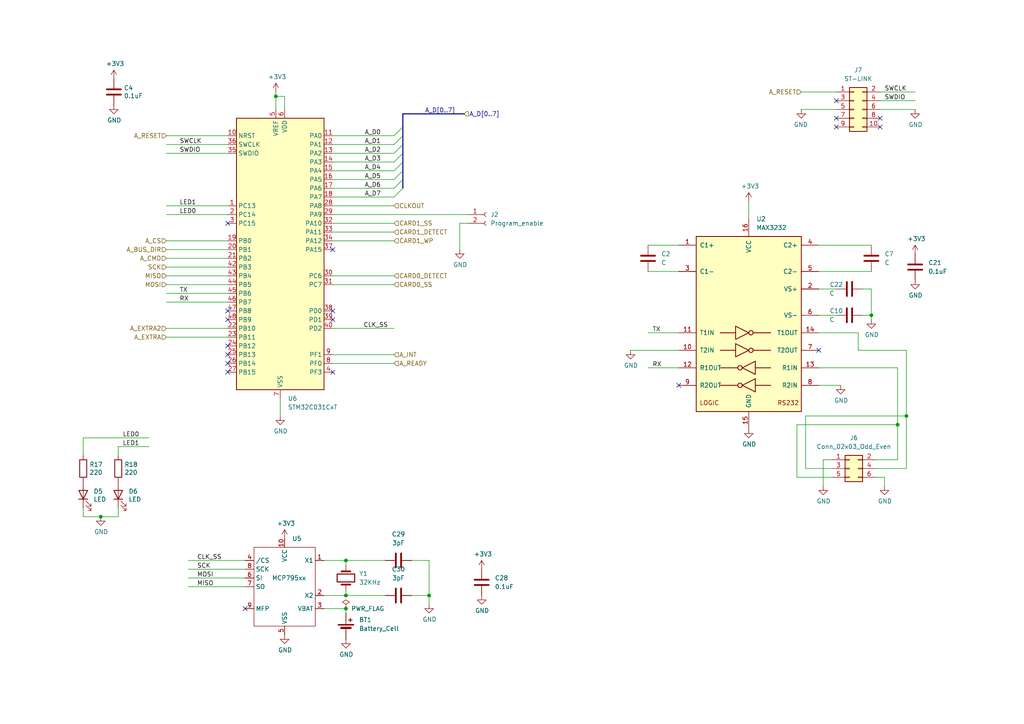
<source format=kicad_sch>
(kicad_sch (version 20230121) (generator eeschema)
  (paper "A4")
  (title_block (title "MCU; RTC; Serial port; LEDs") (rev "1.0"))
  (lib_symbols
    (symbol "AtariHDisk4-rescue:+3.3V-power" (power) (pin_names (offset 0))
      (property "Value" "+3.3V-power" (at 0 3.556 0))
      (symbol "+3.3V-power_0_1"
        (polyline (pts (xy -0.762 1.27) (xy 0 2.54)))
        (polyline (pts (xy 0 0) (xy 0 2.54)))
        (polyline (pts (xy 0 2.54) (xy 0.762 1.27)))
      )
      (symbol "+3.3V-power_1_1"
        (pin power_in line (at 0 0 90) (length 0) hide (name "+3V3") (number "1"))
      )
    )
    (symbol "AtariHDisk4-rescue:Conn_01x02_Female-Connector" (pin_names (offset 1.016) hide)
      (property "Reference" "J" (at 0 2.54 0))
      (property "Value" "Connector_Conn_01x02_Female" (at 0 -5.08 0))
      (symbol "Conn_01x02_Female-Connector_1_1"
        (arc (start 0 -2.032) (mid -0.5058 -2.54) (end 0 -3.048) (stroke (width 0.1524)))
        (polyline (pts (xy -1.27 -2.54) (xy -0.508 -2.54)) (stroke (width 0.1524)))
        (polyline (pts (xy -1.27 0) (xy -0.508 0)) (stroke (width 0.1524)))
        (arc (start 0 0.508) (mid -0.5058 0) (end 0 -0.508) (stroke (width 0.1524)))
        (pin passive line (at -5.08 0 0) (length 3.81) (name "Pin_1") (number "1"))
        (pin passive line (at -5.08 -2.54 0) (length 3.81) (name "Pin_2") (number "2"))
      )
    )
    (symbol "Connector_Generic:Conn_02x03_Odd_Even" (pin_names (offset 1.016) hide)
      (property "Reference" "J" (at 1.27 5.08 0))
      (property "Value" "Conn_02x03_Odd_Even" (at 1.27 -5.08 0))
      (symbol "Conn_02x03_Odd_Even_1_1"
        (rectangle (start -1.27 -2.413) (end 0 -2.667) (stroke (width 0.1524)))
        (rectangle (start -1.27 0.127) (end 0 -0.127) (stroke (width 0.1524)))
        (rectangle (start -1.27 2.667) (end 0 2.413) (stroke (width 0.1524)))
        (rectangle (start -1.27 3.81) (end 3.81 -3.81) (stroke (width 0.254)) (fill (type background)))
        (rectangle (start 3.81 -2.413) (end 2.54 -2.667) (stroke (width 0.1524)))
        (rectangle (start 3.81 0.127) (end 2.54 -0.127) (stroke (width 0.1524)))
        (rectangle (start 3.81 2.667) (end 2.54 2.413) (stroke (width 0.1524)))
        (pin passive line (at -5.08 2.54 0) (length 3.81) (name "Pin_1") (number "1"))
        (pin passive line (at 7.62 2.54 180) (length 3.81) (name "Pin_2") (number "2"))
        (pin passive line (at -5.08 0 0) (length 3.81) (name "Pin_3") (number "3"))
        (pin passive line (at 7.62 0 180) (length 3.81) (name "Pin_4") (number "4"))
        (pin passive line (at -5.08 -2.54 0) (length 3.81) (name "Pin_5") (number "5"))
        (pin passive line (at 7.62 -2.54 180) (length 3.81) (name "Pin_6") (number "6"))
      )
    )
    (symbol "Connector_Generic:Conn_02x05_Odd_Even" (pin_names (offset 1.016) hide)
      (property "Reference" "J" (at 1.27 7.62 0))
      (property "Value" "Conn_02x05_Odd_Even" (at 1.27 -7.62 0))
      (symbol "Conn_02x05_Odd_Even_1_1"
        (rectangle (start -1.27 -4.953) (end 0 -5.207) (stroke (width 0.1524)))
        (rectangle (start -1.27 -2.413) (end 0 -2.667) (stroke (width 0.1524)))
        (rectangle (start -1.27 0.127) (end 0 -0.127) (stroke (width 0.1524)))
        (rectangle (start -1.27 2.667) (end 0 2.413) (stroke (width 0.1524)))
        (rectangle (start -1.27 5.207) (end 0 4.953) (stroke (width 0.1524)))
        (rectangle (start -1.27 6.35) (end 3.81 -6.35) (stroke (width 0.254)) (fill (type background)))
        (rectangle (start 3.81 -4.953) (end 2.54 -5.207) (stroke (width 0.1524)))
        (rectangle (start 3.81 -2.413) (end 2.54 -2.667) (stroke (width 0.1524)))
        (rectangle (start 3.81 0.127) (end 2.54 -0.127) (stroke (width 0.1524)))
        (rectangle (start 3.81 2.667) (end 2.54 2.413) (stroke (width 0.1524)))
        (rectangle (start 3.81 5.207) (end 2.54 4.953) (stroke (width 0.1524)))
        (pin passive line (at -5.08 5.08 0) (length 3.81) (name "Pin_1") (number "1"))
        (pin passive line (at 7.62 -5.08 180) (length 3.81) (name "Pin_10") (number "10"))
        (pin passive line (at 7.62 5.08 180) (length 3.81) (name "Pin_2") (number "2"))
        (pin passive line (at -5.08 2.54 0) (length 3.81) (name "Pin_3") (number "3"))
        (pin passive line (at 7.62 2.54 180) (length 3.81) (name "Pin_4") (number "4"))
        (pin passive line (at -5.08 0 0) (length 3.81) (name "Pin_5") (number "5"))
        (pin passive line (at 7.62 0 180) (length 3.81) (name "Pin_6") (number "6"))
        (pin passive line (at -5.08 -2.54 0) (length 3.81) (name "Pin_7") (number "7"))
        (pin passive line (at 7.62 -2.54 180) (length 3.81) (name "Pin_8") (number "8"))
        (pin passive line (at -5.08 -5.08 0) (length 3.81) (name "Pin_9") (number "9"))
      )
    )
    (symbol "Device:Battery_Cell" (pin_numbers hide) (pin_names (offset 0) hide)
      (property "Reference" "BT" (at 2.54 2.54 0))
      (property "Value" "Battery_Cell" (at 2.54 0 0))
      (symbol "Battery_Cell_0_1"
        (rectangle (start -2.286 1.778) (end 2.286 1.524) (fill (type outline)))
        (rectangle (start -1.524 1.016) (end 1.524 0.508) (fill (type outline)))
        (polyline (pts (xy 0 0.762) (xy 0 0)))
        (polyline (pts (xy 0 1.778) (xy 0 2.54)))
        (polyline (pts (xy 0.762 3.048) (xy 1.778 3.048)) (stroke (width 0.254)))
        (polyline (pts (xy 1.27 3.556) (xy 1.27 2.54)) (stroke (width 0.254)))
      )
      (symbol "Battery_Cell_1_1"
        (pin passive line (at 0 5.08 270) (length 2.54) (name "+") (number "1"))
        (pin passive line (at 0 -2.54 90) (length 2.54) (name "-") (number "2"))
      )
    )
    (symbol "Device:C" (pin_numbers hide) (pin_names (offset 0.254))
      (property "Reference" "C" (at 0.635 2.54 0))
      (property "Value" "C" (at 0.635 -2.54 0))
      (symbol "C_0_1"
        (polyline (pts (xy -2.032 -0.762) (xy 2.032 -0.762)) (stroke (width 0.508)))
        (polyline (pts (xy -2.032 0.762) (xy 2.032 0.762)) (stroke (width 0.508)))
      )
      (symbol "C_1_1"
        (pin passive line (at 0 3.81 270) (length 2.794) (name "~") (number "1"))
        (pin passive line (at 0 -3.81 90) (length 2.794) (name "~") (number "2"))
      )
    )
    (symbol "Device:Crystal" (pin_numbers hide) (pin_names (offset 1.016) hide)
      (property "Reference" "Y" (at 0 3.81 0))
      (property "Value" "Crystal" (at 0 -3.81 0))
      (symbol "Crystal_0_1"
        (rectangle (start -1.143 2.54) (end 1.143 -2.54) (stroke (width 0.3048)))
        (polyline (pts (xy -2.54 0) (xy -1.905 0)))
        (polyline (pts (xy -1.905 -1.27) (xy -1.905 1.27)) (stroke (width 0.508)))
        (polyline (pts (xy 1.905 -1.27) (xy 1.905 1.27)) (stroke (width 0.508)))
        (polyline (pts (xy 2.54 0) (xy 1.905 0)))
      )
      (symbol "Crystal_1_1"
        (pin passive line (at -3.81 0 0) (length 1.27) (name "1") (number "1"))
        (pin passive line (at 3.81 0 180) (length 1.27) (name "2") (number "2"))
      )
    )
    (symbol "Device:LED" (pin_numbers hide) (pin_names (offset 1.016) hide)
      (property "Reference" "D" (at 0 2.54 0))
      (property "Value" "LED" (at 0 -2.54 0))
      (symbol "LED_0_1"
        (polyline (pts (xy -1.27 -1.27) (xy -1.27 1.27)) (stroke (width 0.254)))
        (polyline (pts (xy -1.27 0) (xy 1.27 0)))
        (polyline (pts (xy 1.27 -1.27) (xy 1.27 1.27) (xy -1.27 0) (xy 1.27 -1.27)) (stroke (width 0.254)))
        (polyline (pts (xy -3.048 -0.762) (xy -4.572 -2.286) (xy -3.81 -2.286) (xy -4.572 -2.286) (xy -4.572 -1.524)))
        (polyline (pts (xy -1.778 -0.762) (xy -3.302 -2.286) (xy -2.54 -2.286) (xy -3.302 -2.286) (xy -3.302 -1.524)))
      )
      (symbol "LED_1_1"
        (pin passive line (at -3.81 0 0) (length 2.54) (name "K") (number "1"))
        (pin passive line (at 3.81 0 180) (length 2.54) (name "A") (number "2"))
      )
    )
    (symbol "Device:R" (pin_numbers hide) (pin_names (offset 0))
      (property "Reference" "R" (at 2.032 0 90))
      (property "Value" "R" (at 0 0 90))
      (symbol "R_0_1"
        (rectangle (start -1.016 -2.54) (end 1.016 2.54) (stroke (width 0.254)))
      )
      (symbol "R_1_1"
        (pin passive line (at 0 3.81 270) (length 1.27) (name "~") (number "1"))
        (pin passive line (at 0 -3.81 90) (length 1.27) (name "~") (number "2"))
      )
    )
    (symbol "Interface_UART:MAX3232" (pin_names (offset 1.016))
      (property "Reference" "U" (at -2.54 28.575 0))
      (property "Value" "MAX3232" (at -2.54 26.67 0))
      (symbol "MAX3232_0_0"
        (text "LOGIC" (at -11.43 -22.86 0) (effects (font (size 1.27 1.27))))
        (text "RS232" (at 11.43 -22.86 0) (effects (font (size 1.27 1.27))))
      )
      (symbol "MAX3232_0_1"
        (rectangle (start -15.24 -25.4) (end 15.24 25.4) (stroke (width 0.254)) (fill (type background)))
        (circle (center -2.54 -17.78) (radius 0.635) (stroke (width 0.254)))
        (circle (center -2.54 -12.7) (radius 0.635) (stroke (width 0.254)))
        (polyline (pts (xy -3.81 -7.62) (xy -8.255 -7.62)) (stroke (width 0.254)))
        (polyline (pts (xy -3.81 -2.54) (xy -8.255 -2.54)) (stroke (width 0.254)))
        (polyline (pts (xy -3.175 -17.78) (xy -8.255 -17.78)) (stroke (width 0.254)))
        (polyline (pts (xy -3.175 -12.7) (xy -8.255 -12.7)) (stroke (width 0.254)))
        (polyline (pts (xy 1.27 -7.62) (xy 6.35 -7.62)) (stroke (width 0.254)))
        (polyline (pts (xy 1.27 -2.54) (xy 6.35 -2.54)) (stroke (width 0.254)))
        (polyline (pts (xy 1.905 -17.78) (xy 6.35 -17.78)) (stroke (width 0.254)))
        (polyline (pts (xy 1.905 -12.7) (xy 6.35 -12.7)) (stroke (width 0.254)))
        (polyline (pts (xy -3.81 -5.715) (xy -3.81 -9.525) (xy 0 -7.62) (xy -3.81 -5.715)) (stroke (width 0.254)))
        (polyline (pts (xy -3.81 -0.635) (xy -3.81 -4.445) (xy 0 -2.54) (xy -3.81 -0.635)) (stroke (width 0.254)))
        (polyline (pts (xy 1.905 -15.875) (xy 1.905 -19.685) (xy -1.905 -17.78) (xy 1.905 -15.875)) (stroke (width 0.254)))
        (polyline (pts (xy 1.905 -10.795) (xy 1.905 -14.605) (xy -1.905 -12.7) (xy 1.905 -10.795)) (stroke (width 0.254)))
        (circle (center 0.635 -7.62) (radius 0.635) (stroke (width 0.254)))
        (circle (center 0.635 -2.54) (radius 0.635) (stroke (width 0.254)))
      )
      (symbol "MAX3232_1_1"
        (pin passive line (at -20.32 22.86 0) (length 5.08) (name "C1+") (number "1"))
        (pin input line (at -20.32 -7.62 0) (length 5.08) (name "T2IN") (number "10"))
        (pin input line (at -20.32 -2.54 0) (length 5.08) (name "T1IN") (number "11"))
        (pin output line (at -20.32 -12.7 0) (length 5.08) (name "R1OUT") (number "12"))
        (pin input line (at 20.32 -12.7 180) (length 5.08) (name "R1IN") (number "13"))
        (pin output line (at 20.32 -2.54 180) (length 5.08) (name "T1OUT") (number "14"))
        (pin power_in line (at 0 -30.48 90) (length 5.08) (name "GND") (number "15"))
        (pin power_in line (at 0 30.48 270) (length 5.08) (name "VCC") (number "16"))
        (pin power_out line (at 20.32 10.16 180) (length 5.08) (name "VS+") (number "2"))
        (pin passive line (at -20.32 15.24 0) (length 5.08) (name "C1-") (number "3"))
        (pin passive line (at 20.32 22.86 180) (length 5.08) (name "C2+") (number "4"))
        (pin passive line (at 20.32 15.24 180) (length 5.08) (name "C2-") (number "5"))
        (pin power_out line (at 20.32 2.54 180) (length 5.08) (name "VS-") (number "6"))
        (pin output line (at 20.32 -7.62 180) (length 5.08) (name "T2OUT") (number "7"))
        (pin input line (at 20.32 -17.78 180) (length 5.08) (name "R2IN") (number "8"))
        (pin output line (at -20.32 -17.78 0) (length 5.08) (name "R2OUT") (number "9"))
      )
    )
    (symbol "Simon:MCP795XX"
      (property "Reference" "U" (at -5.08 7.62 0))
      (symbol "MCP795XX_0_1"
        (rectangle (start -13.97 17.78) (end 3.81 -5.08))
      )
      (symbol "MCP795XX_1_1"
        (pin bidirectional line (at 6.35 13.97 180) (length 2.54) (name "X1") (number "1"))
        (pin power_in line (at -5.08 20.32 270) (length 2.54) (name "VCC") (number "10"))
        (pin bidirectional line (at 6.35 3.81 180) (length 2.54) (name "X2") (number "2"))
        (pin power_in line (at 6.35 0 180) (length 2.54) (name "VBAT") (number "3"))
        (pin input line (at -16.51 13.97 0) (length 2.54) (name "/CS") (number "4"))
        (pin power_in line (at -5.08 -7.62 90) (length 2.54) (name "VSS") (number "5"))
        (pin input line (at -16.51 8.89 0) (length 2.54) (name "SI") (number "6"))
        (pin output line (at -16.51 6.35 0) (length 2.54) (name "SO") (number "7"))
        (pin input line (at -16.51 11.43 0) (length 2.54) (name "SCK") (number "8"))
        (pin output line (at -16.51 0 0) (length 2.54) (name "MFP") (number "9"))
      )
    )
    (symbol "Simon:STM32C031CxT"
      (property "Reference" "U6" (at 2.1941 -40.64 0))
      (property "Value" "STM32C031CxT" (at 2.1941 -43.18 0))
      (symbol "STM32C031CxT_0_1"
        (rectangle (start -12.7 40.64) (end 12.7 -38.1) (stroke (width 0.254)) (fill (type background)))
      )
      (symbol "STM32C031CxT_1_1"
        (pin bidirectional line (at -15.24 15.24 0) (length 2.54) (name "PC13") (number "1"))
        (pin bidirectional line (at -15.24 35.56 0) (length 2.54) (name "NRST") (number "10"))
        (pin bidirectional line (at 15.24 35.56 180) (length 2.54) (name "PA0") (number "11"))
        (pin bidirectional line (at 15.24 33.02 180) (length 2.54) (name "PA1") (number "12"))
        (pin bidirectional line (at 15.24 30.48 180) (length 2.54) (name "PA2") (number "13"))
        (pin bidirectional line (at 15.24 27.94 180) (length 2.54) (name "PA3") (number "14"))
        (pin bidirectional line (at 15.24 25.4 180) (length 2.54) (name "PA4") (number "15"))
        (pin bidirectional line (at 15.24 22.86 180) (length 2.54) (name "PA5") (number "16"))
        (pin bidirectional line (at 15.24 20.32 180) (length 2.54) (name "PA6") (number "17"))
        (pin bidirectional line (at 15.24 17.78 180) (length 2.54) (name "PA7") (number "18"))
        (pin bidirectional line (at -15.24 5.08 0) (length 2.54) (name "PB0") (number "19"))
        (pin bidirectional line (at -15.24 12.7 0) (length 2.54) (name "PC14") (number "2"))
        (pin bidirectional line (at -15.24 2.54 0) (length 2.54) (name "PB1") (number "20"))
        (pin bidirectional line (at -15.24 0 0) (length 2.54) (name "PB2") (number "21"))
        (pin bidirectional line (at -15.24 -20.32 0) (length 2.54) (name "PB10") (number "22"))
        (pin bidirectional line (at -15.24 -22.86 0) (length 2.54) (name "PB11") (number "23"))
        (pin bidirectional line (at -15.24 -25.4 0) (length 2.54) (name "PB12") (number "24"))
        (pin bidirectional line (at -15.24 -27.94 0) (length 2.54) (name "PB13") (number "25"))
        (pin bidirectional line (at -15.24 -30.48 0) (length 2.54) (name "PB14") (number "26"))
        (pin bidirectional line (at -15.24 -33.02 0) (length 2.54) (name "PB15") (number "27"))
        (pin bidirectional line (at 15.24 15.24 180) (length 2.54) (name "PA8") (number "28"))
        (pin bidirectional line (at 15.24 12.7 180) (length 2.54) (name "PA9") (number "29"))
        (pin bidirectional line (at -15.24 10.16 0) (length 2.54) (name "PC15") (number "3"))
        (pin bidirectional line (at 15.24 -5.08 180) (length 2.54) (name "PC6") (number "30"))
        (pin bidirectional line (at 15.24 -7.62 180) (length 2.54) (name "PC7") (number "31"))
        (pin bidirectional line (at 15.24 10.16 180) (length 2.54) (name "PA10") (number "32"))
        (pin bidirectional line (at 15.24 7.62 180) (length 2.54) (name "PA11") (number "33"))
        (pin bidirectional line (at 15.24 5.08 180) (length 2.54) (name "PA12") (number "34"))
        (pin bidirectional line (at -15.24 30.48 0) (length 2.54) (name "SWDIO") (number "35"))
        (pin bidirectional line (at -15.24 33.02 0) (length 2.54) (name "SWCLK") (number "36"))
        (pin bidirectional line (at 15.24 2.54 180) (length 2.54) (name "PA15") (number "37"))
        (pin bidirectional line (at 15.24 -15.24 180) (length 2.54) (name "PD0") (number "38"))
        (pin bidirectional line (at 15.24 -17.78 180) (length 2.54) (name "PD1") (number "39"))
        (pin bidirectional line (at 15.24 -33.02 180) (length 2.54) (name "PF3") (number "4"))
        (pin bidirectional line (at 15.24 -20.32 180) (length 2.54) (name "PD2") (number "40"))
        (pin bidirectional line (at -15.24 -2.54 0) (length 2.54) (name "PB3") (number "42"))
        (pin bidirectional line (at -15.24 -5.08 0) (length 2.54) (name "PB4") (number "43"))
        (pin bidirectional line (at -15.24 -7.62 0) (length 2.54) (name "PB5") (number "44"))
        (pin bidirectional line (at -15.24 -10.16 0) (length 2.54) (name "PB6") (number "45"))
        (pin bidirectional line (at -15.24 -12.7 0) (length 2.54) (name "PB7") (number "46"))
        (pin bidirectional line (at -15.24 -15.24 0) (length 2.54) (name "PB8") (number "47"))
        (pin bidirectional line (at -15.24 -17.78 0) (length 2.54) (name "PB9") (number "48"))
        (pin power_in line (at -1.27 43.18 270) (length 2.54) (name "VREF") (number "5"))
        (pin power_in line (at 1.27 43.18 270) (length 2.54) (name "VDD") (number "6"))
        (pin passive line (at -60.96 33.02 90) (length 2.54) hide (name "VSS") (number "7"))
        (pin power_in line (at 0 -40.64 90) (length 2.54) (name "VSS") (number "7"))
        (pin bidirectional line (at 15.24 -30.48 180) (length 2.54) (name "PF0") (number "8"))
        (pin bidirectional line (at 15.24 -27.94 180) (length 2.54) (name "PF1") (number "9"))
      )
    )
    (symbol "power:GND" (power) (pin_names (offset 0))
      (property "Value" "GND" (at 0 -3.81 0))
      (symbol "GND_0_1"
        (polyline (pts (xy 0 0) (xy 0 -1.27) (xy 1.27 -1.27) (xy 0 -2.54) (xy -1.27 -1.27) (xy 0 -1.27)))
      )
      (symbol "GND_1_1"
        (pin power_in line (at 0 0 270) (length 0) hide (name "GND") (number "1"))
      )
    )
    (symbol "power:PWR_FLAG" (power) (pin_numbers hide) (pin_names (offset 0) hide)
      (property "Value" "PWR_FLAG" (at 0 3.81 0))
      (symbol "PWR_FLAG_0_0"
        (pin power_out line (at 0 0 90) (length 0) (name "pwr") (number "1"))
      )
      (symbol "PWR_FLAG_0_1"
        (polyline (pts (xy 0 0) (xy 0 1.27) (xy -1.016 1.905) (xy 0 2.54) (xy 1.016 1.905) (xy 0 1.27)))
      )
    )
  )
  (junction (at 100.33 176.53))
  (junction (at 29.21 149.86))
  (junction (at 252.73 91.44))
  (junction (at 124.46 172.72))
  (junction (at 80.01 27.94))
  (junction (at 260.35 123.19))
  (junction (at 262.89 120.65))
  (junction (at 100.33 162.56))
  (junction (at 100.33 172.72))
  (no_connect (at 66.04 64.77))
  (no_connect (at 242.57 34.29))
  (no_connect (at 196.85 111.76))
  (no_connect (at 96.52 92.71))
  (no_connect (at 242.57 29.21))
  (no_connect (at 66.04 92.71))
  (no_connect (at 237.49 101.6))
  (no_connect (at 96.52 72.39))
  (no_connect (at 66.04 105.41))
  (no_connect (at 96.52 90.17))
  (no_connect (at 255.27 34.29))
  (no_connect (at 66.04 100.33))
  (no_connect (at 255.27 36.83))
  (no_connect (at 96.52 107.95))
  (no_connect (at 66.04 107.95))
  (no_connect (at 66.04 90.17))
  (no_connect (at 66.04 102.87))
  (no_connect (at 242.57 36.83))
  (no_connect (at 71.12 176.53))
  (bus_entry (at 116.84 54.61) (size -2.54 2.54))
  (bus_entry (at 116.84 52.07) (size -2.54 2.54))
  (bus_entry (at 116.84 44.45) (size -2.54 2.54))
  (bus_entry (at 116.84 39.37) (size -2.54 2.54))
  (bus_entry (at 116.84 46.99) (size -2.54 2.54))
  (bus_entry (at 116.84 41.91) (size -2.54 2.54))
  (bus_entry (at 116.84 36.83) (size -2.54 2.54))
  (bus_entry (at 116.84 49.53) (size -2.54 2.54))
  (wire (pts (xy 80.01 31.75) (xy 80.01 27.94)))
  (wire (pts (xy 48.26 59.69) (xy 66.04 59.69)))
  (wire (pts (xy 262.89 120.65) (xy 262.89 101.6)))
  (wire (pts (xy 48.26 85.09) (xy 66.04 85.09)))
  (wire (pts (xy 96.52 82.55) (xy 114.3 82.55)))
  (wire (pts (xy 114.3 52.07) (xy 96.52 52.07)))
  (wire (pts (xy 250.19 91.44) (xy 252.73 91.44)))
  (wire (pts (xy 96.52 95.25) (xy 114.3 95.25)))
  (wire (pts (xy 114.3 44.45) (xy 96.52 44.45)))
  (wire (pts (xy 255.27 26.67) (xy 265.43 26.67)))
  (wire (pts (xy 187.96 96.52) (xy 196.85 96.52)))
  (wire (pts (xy 124.46 172.72) (xy 124.46 175.26)))
  (wire (pts (xy 96.52 62.23) (xy 135.89 62.23)))
  (bus (pts (xy 116.84 36.83) (xy 116.84 33.02)))
  (wire (pts (xy 96.52 80.01) (xy 114.3 80.01)))
  (wire (pts (xy 237.49 106.68) (xy 260.35 106.68)))
  (wire (pts (xy 237.49 91.44) (xy 242.57 91.44)))
  (wire (pts (xy 48.26 72.39) (xy 66.04 72.39)))
  (wire (pts (xy 237.49 111.76) (xy 243.84 111.76)))
  (wire (pts (xy 54.61 162.56) (xy 71.12 162.56)))
  (wire (pts (xy 96.52 105.41) (xy 114.3 105.41)))
  (wire (pts (xy 96.52 102.87) (xy 114.3 102.87)))
  (wire (pts (xy 250.19 83.82) (xy 252.73 83.82)))
  (wire (pts (xy 233.68 135.89) (xy 241.3 135.89)))
  (wire (pts (xy 48.26 77.47) (xy 66.04 77.47)))
  (wire (pts (xy 187.96 78.74) (xy 196.85 78.74)))
  (wire (pts (xy 48.26 44.45) (xy 66.04 44.45)))
  (wire (pts (xy 242.57 31.75) (xy 232.41 31.75)))
  (wire (pts (xy 100.33 176.53) (xy 93.98 176.53)))
  (bus (pts (xy 116.84 39.37) (xy 116.84 36.83)))
  (wire (pts (xy 252.73 91.44) (xy 252.73 92.71)))
  (wire (pts (xy 48.26 62.23) (xy 66.04 62.23)))
  (wire (pts (xy 96.52 59.69) (xy 114.3 59.69)))
  (wire (pts (xy 96.52 64.77) (xy 114.3 64.77)))
  (wire (pts (xy 48.26 95.25) (xy 66.04 95.25)))
  (wire (pts (xy 241.3 133.35) (xy 238.76 133.35)))
  (wire (pts (xy 48.26 69.85) (xy 66.04 69.85)))
  (wire (pts (xy 48.26 80.01) (xy 66.04 80.01)))
  (bus (pts (xy 116.84 33.02) (xy 134.62 33.02)))
  (wire (pts (xy 114.3 39.37) (xy 96.52 39.37)))
  (wire (pts (xy 100.33 162.56) (xy 111.76 162.56)))
  (bus (pts (xy 116.84 46.99) (xy 116.84 44.45)))
  (wire (pts (xy 252.73 83.82) (xy 252.73 91.44)))
  (wire (pts (xy 133.35 64.77) (xy 135.89 64.77)))
  (wire (pts (xy 254 138.43) (xy 256.54 138.43)))
  (wire (pts (xy 233.68 120.65) (xy 233.68 135.89)))
  (wire (pts (xy 114.3 54.61) (xy 96.52 54.61)))
  (wire (pts (xy 54.61 165.1) (xy 71.12 165.1)))
  (wire (pts (xy 231.14 138.43) (xy 241.3 138.43)))
  (wire (pts (xy 54.61 170.18) (xy 71.12 170.18)))
  (wire (pts (xy 260.35 133.35) (xy 260.35 123.19)))
  (wire (pts (xy 182.88 101.6) (xy 196.85 101.6)))
  (wire (pts (xy 24.13 147.32) (xy 24.13 149.86)))
  (wire (pts (xy 29.21 149.86) (xy 34.29 149.86)))
  (bus (pts (xy 116.84 54.61) (xy 116.84 52.07)))
  (wire (pts (xy 187.96 71.12) (xy 196.85 71.12)))
  (wire (pts (xy 260.35 123.19) (xy 231.14 123.19)))
  (wire (pts (xy 238.76 133.35) (xy 238.76 140.97)))
  (wire (pts (xy 231.14 123.19) (xy 231.14 138.43)))
  (wire (pts (xy 82.55 31.75) (xy 82.55 27.94)))
  (wire (pts (xy 217.17 58.42) (xy 217.17 63.5)))
  (wire (pts (xy 81.28 115.57) (xy 81.28 120.65)))
  (wire (pts (xy 124.46 162.56) (xy 124.46 172.72)))
  (wire (pts (xy 34.29 147.32) (xy 34.29 149.86)))
  (wire (pts (xy 260.35 123.19) (xy 260.35 106.68)))
  (wire (pts (xy 100.33 162.56) (xy 100.33 163.83)))
  (wire (pts (xy 114.3 46.99) (xy 96.52 46.99)))
  (bus (pts (xy 116.84 44.45) (xy 116.84 41.91)))
  (wire (pts (xy 24.13 132.08) (xy 24.13 127)))
  (wire (pts (xy 48.26 39.37) (xy 66.04 39.37)))
  (wire (pts (xy 114.3 41.91) (xy 96.52 41.91)))
  (wire (pts (xy 262.89 135.89) (xy 262.89 120.65)))
  (wire (pts (xy 119.38 172.72) (xy 124.46 172.72)))
  (wire (pts (xy 48.26 74.93) (xy 66.04 74.93)))
  (wire (pts (xy 93.98 162.56) (xy 100.33 162.56)))
  (bus (pts (xy 116.84 41.91) (xy 116.84 39.37)))
  (wire (pts (xy 48.26 97.79) (xy 66.04 97.79)))
  (wire (pts (xy 254 135.89) (xy 262.89 135.89)))
  (wire (pts (xy 82.55 27.94) (xy 80.01 27.94)))
  (wire (pts (xy 100.33 172.72) (xy 111.76 172.72)))
  (wire (pts (xy 48.26 82.55) (xy 66.04 82.55)))
  (wire (pts (xy 34.29 132.08) (xy 34.29 129.54)))
  (wire (pts (xy 232.41 26.67) (xy 242.57 26.67)))
  (wire (pts (xy 237.49 78.74) (xy 252.73 78.74)))
  (wire (pts (xy 34.29 129.54) (xy 43.18 129.54)))
  (wire (pts (xy 48.26 41.91) (xy 66.04 41.91)))
  (wire (pts (xy 262.89 120.65) (xy 233.68 120.65)))
  (wire (pts (xy 48.26 87.63) (xy 66.04 87.63)))
  (wire (pts (xy 255.27 29.21) (xy 265.43 29.21)))
  (wire (pts (xy 93.98 172.72) (xy 100.33 172.72)))
  (wire (pts (xy 237.49 83.82) (xy 242.57 83.82)))
  (wire (pts (xy 80.01 27.94) (xy 80.01 26.67)))
  (wire (pts (xy 254 133.35) (xy 260.35 133.35)))
  (wire (pts (xy 114.3 57.15) (xy 96.52 57.15)))
  (wire (pts (xy 114.3 49.53) (xy 96.52 49.53)))
  (wire (pts (xy 262.89 101.6) (xy 248.92 101.6)))
  (wire (pts (xy 133.35 72.39) (xy 133.35 64.77)))
  (wire (pts (xy 256.54 138.43) (xy 256.54 140.97)))
  (wire (pts (xy 96.52 67.31) (xy 114.3 67.31)))
  (wire (pts (xy 24.13 149.86) (xy 29.21 149.86)))
  (wire (pts (xy 248.92 101.6) (xy 248.92 96.52)))
  (wire (pts (xy 237.49 96.52) (xy 248.92 96.52)))
  (bus (pts (xy 116.84 52.07) (xy 116.84 49.53)))
  (wire (pts (xy 237.49 71.12) (xy 252.73 71.12)))
  (bus (pts (xy 116.84 49.53) (xy 116.84 46.99)))
  (wire (pts (xy 96.52 69.85) (xy 114.3 69.85)))
  (wire (pts (xy 119.38 162.56) (xy 124.46 162.56)))
  (wire (pts (xy 255.27 31.75) (xy 265.43 31.75)))
  (wire (pts (xy 100.33 177.8) (xy 100.33 176.53)))
  (wire (pts (xy 54.61 167.64) (xy 71.12 167.64)))
  (wire (pts (xy 100.33 172.72) (xy 100.33 171.45)))
  (wire (pts (xy 24.13 127) (xy 43.18 127)))
  (wire (pts (xy 187.96 106.68) (xy 196.85 106.68)))
  (label "A_D2" (at 110.49 44.45 180))
  (label "A_D3" (at 110.49 46.99 180))
  (label "CLK_SS" (at 105.41 95.25 0))
  (label "A_D[0..7]" (at 132.08 33.02 180))
  (label "SWCLK" (at 256.54 26.67 0))
  (label "A_D4" (at 110.49 49.53 180))
  (label "CLK_SS" (at 57.15 162.56 0))
  (label "SWDIO" (at 256.54 29.21 0))
  (label "LED0" (at 52.07 62.23 0))
  (label "LED0" (at 35.56 127 0))
  (label "RX" (at 52.07 87.63 0))
  (label "A_D0" (at 110.49 39.37 180))
  (label "RX" (at 189.23 106.68 0))
  (label "TX" (at 52.07 85.09 0))
  (label "A_D7" (at 110.49 57.15 180))
  (label "LED1" (at 35.56 129.54 0))
  (label "MOSI" (at 57.15 167.64 0))
  (label "MISO" (at 57.15 170.18 0))
  (label "A_D5" (at 110.49 52.07 180))
  (label "SWDIO" (at 52.07 44.45 0))
  (label "A_D6" (at 110.49 54.61 180))
  (label "SWCLK" (at 52.07 41.91 0))
  (label "SCK" (at 57.15 165.1 0))
  (label "TX" (at 189.23 96.52 0))
  (label "A_D1" (at 110.49 41.91 180))
  (label "LED1" (at 52.07 59.69 0))
  (hierarchical_label "A_CS" (shape input) (at 48.26 69.85 180))
  (hierarchical_label "A_RESET" (shape input) (at 48.26 39.37 180))
  (hierarchical_label "A_RESET" (shape input) (at 232.41 26.67 180))
  (hierarchical_label "SCK" (shape input) (at 48.26 77.47 180))
  (hierarchical_label "A_INT" (shape input) (at 114.3 102.87 0))
  (hierarchical_label "A_BUS_DIR" (shape input) (at 48.26 72.39 180))
  (hierarchical_label "MOSI" (shape input) (at 48.26 82.55 180))
  (hierarchical_label "CARD0_DETECT" (shape input) (at 114.3 80.01 0))
  (hierarchical_label "A_CMD" (shape input) (at 48.26 74.93 180))
  (hierarchical_label "A_EXTRA" (shape input) (at 48.26 97.79 180))
  (hierarchical_label "A_EXTRA2" (shape input) (at 48.26 95.25 180))
  (hierarchical_label "CARD1_DETECT" (shape input) (at 114.3 67.31 0))
  (hierarchical_label "A_READY" (shape input) (at 114.3 105.41 0))
  (hierarchical_label "MISO" (shape input) (at 48.26 80.01 180))
  (hierarchical_label "CARD1_WP" (shape input) (at 114.3 69.85 0))
  (hierarchical_label "A_D[0..7]" (shape input) (at 134.62 33.02 0))
  (hierarchical_label "CARD1_SS" (shape input) (at 114.3 64.77 0))
  (hierarchical_label "CLKOUT" (shape input) (at 114.3 59.69 0))
  (hierarchical_label "CARD0_SS" (shape input) (at 114.3 82.55 0))
  (symbol (lib_id "power:GND") (at 81.28 120.65 0) (unit 1)
    (property "Reference" "#PWR0108" (effects hide))
    (property "Value" "GND" (at 81.407 125.0442 0))
  )
  (symbol (lib_id "AtariHDisk4-rescue:+3.3V-power") (at 80.01 26.67 0) (unit 1)
    (property "Reference" "#PWR0109" (effects hide))
    (property "Value" "+3.3V" (at 80.391 22.2758 0))
  )
  (symbol (lib_id "power:GND") (at 265.43 31.75 0) (unit 1)
    (property "Reference" "#PWR0113" (effects hide))
    (property "Value" "GND" (at 265.557 36.1442 0))
  )
  (symbol (lib_id "AtariHDisk4-rescue:+3.3V-power") (at 33.02 22.86 0) (unit 1)
    (property "Reference" "#PWR025" (effects hide))
    (property "Value" "+3.3V" (at 33.401 18.4658 0))
  )
  (symbol (lib_id "Device:R") (at 34.29 135.89 0) (unit 1)
    (property "Reference" "R18" (at 36.068 134.7216 0) (effects (justify left)))
    (property "Value" "220" (at 36.068 137.033 0) (effects (justify left)))
    (property "Footprint" "Resistor_SMD:R_0805_2012Metric" (effects hide))
  )
  (symbol (lib_id "Device:LED") (at 34.29 143.51 90) (unit 1)
    (property "Reference" "D6" (at 37.2872 142.5194 90) (effects (justify right)))
    (property "Value" "LED" (at 37.2872 144.8308 90) (effects (justify right)))
    (property "Footprint" "LED_THT:LED_D3.0mm_Horizontal_O1.27mm_Z2.0mm" (effects hide))
  )
  (symbol (lib_id "Device:C") (at 115.57 162.56 90) (unit 1)
    (property "Reference" "C29" (at 115.57 154.94 90))
    (property "Value" "3pF" (at 115.57 157.48 90))
    (property "Footprint" "Capacitor_SMD:C_0603_1608Metric" (effects hide))
  )
  (symbol (lib_id "Simon:MCP795XX") (at 87.63 176.53 0) (unit 1)
    (property "Reference" "U5" (at 84.7441 156.21 0) (effects (justify left)))
    (property "Value" "MCP795xx" (at 83.82 167.64 0))
    (property "Footprint" "Package_SO:MSOP-10_3x3mm_P0.5mm" (effects hide))
  )
  (symbol (lib_id "Connector_Generic:Conn_02x05_Odd_Even") (at 247.65 31.75 0) (unit 1)
    (property "Reference" "J7" (at 248.92 20.32 0))
    (property "Value" "ST-LINK" (at 248.92 22.86 0))
    (property "Footprint" "Connector_PinHeader_2.54mm:PinHeader_2x05_P2.54mm_Vertical" (effects hide))
  )
  (symbol (lib_id "power:GND") (at 265.43 81.28 0) (unit 1)
    (property "Reference" "#PWR019" (effects hide))
    (property "Value" "GND" (at 265.557 85.6742 0))
  )
  (symbol (lib_id "Connector_Generic:Conn_02x03_Odd_Even") (at 246.38 135.89 0) (unit 1)
    (property "Reference" "J6" (at 247.65 127 0))
    (property "Value" "Conn_02x03_Odd_Even" (at 247.65 129.54 0))
    (property "Footprint" "Connector_PinHeader_2.54mm:PinHeader_2x03_P2.54mm_Vertical" (effects hide))
  )
  (symbol (lib_id "Device:C") (at 33.02 26.67 0) (unit 1)
    (property "Reference" "C4" (at 35.941 25.5016 0) (effects (justify left)))
    (property "Value" "0.1uF" (at 35.941 27.813 0) (effects (justify left)))
    (property "Footprint" "Capacitor_SMD:C_0603_1608Metric" (effects hide))
  )
  (symbol (lib_id "power:GND") (at 256.54 140.97 0) (unit 1)
    (property "Reference" "#PWR024" (effects hide))
    (property "Value" "GND" (at 256.667 145.3642 0))
  )
  (symbol (lib_id "power:GND") (at 133.35 72.39 0) (unit 1)
    (property "Reference" "#PWR055" (effects hide))
    (property "Value" "GND" (at 133.477 76.7842 0))
  )
  (symbol (lib_id "power:GND") (at 124.46 175.26 0) (unit 1)
    (property "Reference" "#PWR051" (effects hide))
    (property "Value" "GND" (at 124.587 179.6542 0))
  )
  (symbol (lib_id "power:GND") (at 182.88 101.6 0) (unit 1)
    (property "Reference" "#PWR021" (effects hide))
    (property "Value" "GND" (at 183.007 105.9942 0))
  )
  (symbol (lib_id "power:GND") (at 82.55 184.15 0) (unit 1)
    (property "Reference" "#PWR017" (effects hide))
    (property "Value" "GND" (at 82.677 188.5442 0))
  )
  (symbol (lib_id "power:GND") (at 139.7 172.72 0) (unit 1)
    (property "Reference" "#PWR050" (effects hide))
    (property "Value" "GND" (at 139.827 177.1142 0))
  )
  (symbol (lib_id "power:GND") (at 243.84 111.76 0) (unit 1)
    (property "Reference" "#PWR022" (effects hide))
    (property "Value" "GND" (at 243.967 116.1542 0))
  )
  (symbol (lib_id "power:GND") (at 33.02 30.48 0) (unit 1)
    (property "Reference" "#PWR026" (effects hide))
    (property "Value" "GND" (at 33.147 34.8742 0))
  )
  (symbol (lib_id "Simon:STM32C031CxT") (at 81.28 74.93 0) (unit 1)
    (property "Reference" "U6" (at 83.4741 115.57 0) (effects (justify left)))
    (property "Value" "STM32C031CxT" (at 83.4741 118.11 0) (effects (justify left)))
    (property "Footprint" "Package_QFP:LQFP-48_7x7mm_P0.5mm" (effects hide))
    (property "Datasheet" "https://www.st.com/resource/en/datasheet/stm32f030c8.pdf" (effects hide))
  )
  (symbol (lib_id "power:GND") (at 29.21 149.86 0) (unit 1)
    (property "Reference" "#PWR023" (effects hide))
    (property "Value" "GND" (at 29.337 154.2542 0))
  )
  (symbol (lib_id "power:GND") (at 100.33 185.42 0) (unit 1)
    (property "Reference" "#PWR052" (effects hide))
    (property "Value" "GND" (at 100.457 189.8142 0))
  )
  (symbol (lib_id "Device:Crystal") (at 100.33 167.64 90) (unit 1)
    (property "Reference" "Y1" (at 104.14 166.37 90) (effects (justify right)))
    (property "Value" "32KHz" (at 104.14 168.91 90) (effects (justify right)))
    (property "Footprint" "simon:Crystal_SMD_ECX_31B-2Pin_3.2x1.5mm" (effects hide))
  )
  (symbol (lib_id "Device:C") (at 115.57 172.72 90) (unit 1)
    (property "Reference" "C30" (at 115.57 165.1 90))
    (property "Value" "3pF" (at 115.57 167.64 90))
    (property "Footprint" "Capacitor_SMD:C_0603_1608Metric" (effects hide))
  )
  (symbol (lib_id "Device:C") (at 139.7 168.91 0) (unit 1)
    (property "Reference" "C28" (at 143.51 167.64 0) (effects (justify left)))
    (property "Value" "0.1uF" (at 143.51 170.18 0) (effects (justify left)))
    (property "Footprint" "Capacitor_SMD:C_0603_1608Metric" (effects hide))
  )
  (symbol (lib_id "power:PWR_FLAG") (at 100.33 176.53 0) (unit 1)
    (property "Reference" "#FLG01" (effects hide))
    (property "Value" "PWR_FLAG" (at 106.68 176.53 0))
  )
  (symbol (lib_id "Device:C") (at 265.43 77.47 0) (unit 1)
    (property "Reference" "C21" (at 269.24 76.2 0) (effects (justify left)))
    (property "Value" "0.1uF" (at 269.24 78.74 0) (effects (justify left)))
    (property "Footprint" "Capacitor_SMD:C_0603_1608Metric" (effects hide))
  )
  (symbol (lib_id "AtariHDisk4-rescue:+3.3V-power") (at 217.17 58.42 0) (unit 1)
    (property "Reference" "#PWR07" (effects hide))
    (property "Value" "+3.3V" (at 217.551 54.0258 0))
  )
  (symbol (lib_id "Device:C") (at 246.38 91.44 90) (unit 1)
    (property "Reference" "C10" (at 242.57 90.17 90))
    (property "Value" "C" (at 241.3 92.71 90))
    (property "Footprint" "Capacitor_SMD:C_0603_1608Metric" (effects hide))
  )
  (symbol (lib_id "AtariHDisk4-rescue:+3.3V-power") (at 139.7 165.1 0) (unit 1)
    (property "Reference" "#PWR049" (effects hide))
    (property "Value" "+3.3V" (at 140.081 160.7058 0))
  )
  (symbol (lib_id "Device:C") (at 252.73 74.93 0) (unit 1)
    (property "Reference" "C7" (at 256.54 73.66 0) (effects (justify left)))
    (property "Value" "C" (at 256.54 76.2 0) (effects (justify left)))
    (property "Footprint" "Capacitor_SMD:C_0603_1608Metric" (effects hide))
  )
  (symbol (lib_id "AtariHDisk4-rescue:Conn_01x02_Female-Connector") (at 140.97 62.23 0) (unit 1)
    (property "Reference" "J2" (at 142.24 62.23 0) (effects (justify left)))
    (property "Value" "Program_enable" (at 142.24 64.77 0) (effects (justify left)))
    (property "Footprint" "Connector_PinHeader_2.54mm:PinHeader_1x02_P2.54mm_Vertical" (effects hide))
  )
  (symbol (lib_id "power:GND") (at 232.41 31.75 0) (mirror y) (unit 1)
    (property "Reference" "#PWR058" (effects hide))
    (property "Value" "GND" (at 232.283 36.1442 0))
  )
  (symbol (lib_id "Device:C") (at 246.38 83.82 90) (unit 1)
    (property "Reference" "C22" (at 242.57 82.55 90))
    (property "Value" "C" (at 241.3 85.09 90))
    (property "Footprint" "Capacitor_SMD:C_0603_1608Metric" (effects hide))
  )
  (symbol (lib_id "power:GND") (at 238.76 140.97 0) (unit 1)
    (property "Reference" "#PWR053" (effects hide))
    (property "Value" "GND" (at 238.887 145.3642 0))
  )
  (symbol (lib_id "Device:C") (at 187.96 74.93 0) (unit 1)
    (property "Reference" "C2" (at 191.77 73.66 0) (effects (justify left)))
    (property "Value" "C" (at 191.77 76.2 0) (effects (justify left)))
    (property "Footprint" "Capacitor_SMD:C_0603_1608Metric" (effects hide))
  )
  (symbol (lib_id "AtariHDisk4-rescue:+3.3V-power") (at 265.43 73.66 0) (unit 1)
    (property "Reference" "#PWR018" (effects hide))
    (property "Value" "+3.3V" (at 265.811 69.2658 0))
  )
  (symbol (lib_id "Interface_UART:MAX3232") (at 217.17 93.98 0) (unit 1)
    (property "Reference" "U2" (at 219.3641 63.5 0) (effects (justify left)))
    (property "Value" "MAX3232" (at 219.3641 66.04 0) (effects (justify left)))
    (property "Footprint" "Package_SO:TSSOP-16_4.4x5mm_P0.65mm" (effects hide))
    (property "Datasheet" "https://datasheets.maximintegrated.com/en/ds/MAX3222-MAX3241.pdf" (effects hide))
  )
  (symbol (lib_id "Device:Battery_Cell") (at 100.33 182.88 0) (unit 1)
    (property "Reference" "BT1" (at 104.14 179.7685 0) (effects (justify left)))
    (property "Value" "Battery_Cell" (at 104.14 182.3085 0) (effects (justify left)))
    (property "Footprint" "simon:712-BAT-HLD-002-SMT" (effects hide))
  )
  (symbol (lib_id "Device:LED") (at 24.13 143.51 90) (unit 1)
    (property "Reference" "D5" (at 27.1272 142.5194 90) (effects (justify right)))
    (property "Value" "LED" (at 27.1272 144.8308 90) (effects (justify right)))
    (property "Footprint" "LED_THT:LED_D3.0mm_Horizontal_O1.27mm_Z2.0mm" (effects hide))
  )
  (symbol (lib_id "Device:R") (at 24.13 135.89 0) (unit 1)
    (property "Reference" "R17" (at 25.908 134.7216 0) (effects (justify left)))
    (property "Value" "220" (at 25.908 137.033 0) (effects (justify left)))
    (property "Footprint" "Resistor_SMD:R_0805_2012Metric" (effects hide))
  )
  (symbol (lib_id "power:GND") (at 217.17 124.46 0) (unit 1)
    (property "Reference" "#PWR08" (effects hide))
    (property "Value" "GND" (at 217.297 128.8542 0))
  )
  (symbol (lib_id "power:GND") (at 252.73 92.71 0) (unit 1)
    (property "Reference" "#PWR020" (effects hide))
    (property "Value" "GND" (at 252.857 97.1042 0))
  )
  (symbol (lib_id "AtariHDisk4-rescue:+3.3V-power") (at 82.55 156.21 0) (unit 1)
    (property "Reference" "#PWR031" (effects hide))
    (property "Value" "+3.3V" (at 82.931 151.8158 0))
  )
)
</source>
